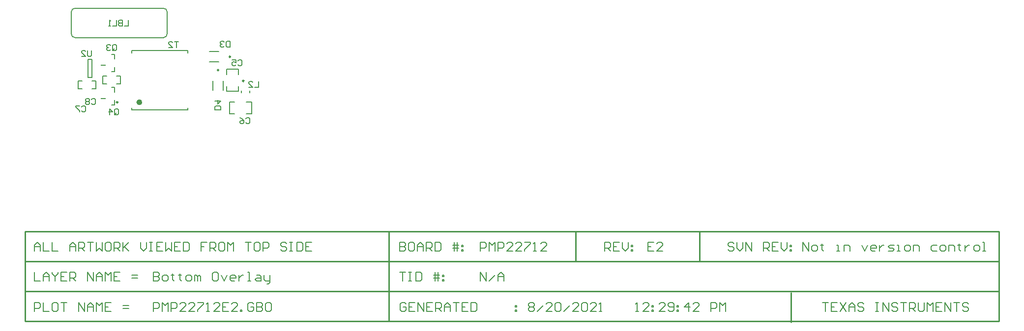
<source format=gbo>
G04*
G04 #@! TF.GenerationSoftware,Altium Limited,Altium Designer,21.6.1 (37)*
G04*
G04 Layer_Color=32896*
%FSAX44Y44*%
%MOMM*%
G71*
G04*
G04 #@! TF.SameCoordinates,618BDD94-0BF2-4233-98CF-319708F98917*
G04*
G04*
G04 #@! TF.FilePolarity,Positive*
G04*
G01*
G75*
%ADD10C,0.2500*%
%ADD11C,0.5000*%
%ADD12C,0.1500*%
%ADD13C,0.1778*%
%ADD14C,0.2000*%
%ADD15C,0.2032*%
%ADD16R,0.8250X0.2000*%
%ADD17C,0.2540*%
%ADD42C,0.1270*%
G54D10*
X00261418Y00480103D02*
G03*
X00261418Y00480103I-00001250J00000000D01*
G01*
X00455437Y00558825D02*
G03*
X00455437Y00558825I-00001250J00000000D01*
G01*
X00435188Y00535684D02*
G03*
X00435188Y00535684I-00001250J00000000D01*
G01*
X00478518Y00517180D02*
G03*
X00478518Y00517180I-00001250J00000000D01*
G01*
G54D11*
X00300768Y00480103D02*
G03*
X00300768Y00480103I-00002500J00000000D01*
G01*
G54D12*
X00284918Y00466903D02*
Y00470753D01*
Y00565653D02*
Y00569503D01*
X00381618D01*
Y00466903D02*
Y00470753D01*
Y00565653D02*
Y00569503D01*
X00284918Y00466903D02*
X00381618D01*
X00419376Y00549825D02*
X00435498D01*
X00419376Y00567825D02*
X00435498D01*
X00442938Y00500873D02*
Y00516995D01*
X00424938Y00500873D02*
Y00516995D01*
X00474268Y00496680D02*
Y00500181D01*
X00488268Y00496680D02*
Y00500181D01*
G54D13*
X00482862Y00480538D02*
X00491498D01*
Y00470378D02*
Y00480538D01*
Y00460218D02*
Y00470378D01*
X00482862Y00460218D02*
X00491498D01*
X00453906D02*
X00462542D01*
X00453906D02*
Y00470378D01*
Y00480538D01*
X00462542D01*
X00468553Y00499407D02*
Y00508043D01*
X00458393Y00499407D02*
X00468553D01*
X00448233D02*
X00458393D01*
X00448233D02*
Y00508043D01*
Y00528363D02*
Y00536999D01*
X00458393D01*
X00468553D01*
Y00528363D02*
Y00536999D01*
X00216904Y00516981D02*
X00223503D01*
Y00503146D02*
Y00516981D01*
X00216904Y00503146D02*
X00223503D01*
X00193032D02*
X00199632D01*
X00193032D02*
Y00516981D01*
X00199632D01*
X00259154Y00525489D02*
X00265753D01*
Y00511655D02*
Y00525489D01*
X00259154Y00511655D02*
X00265753D01*
X00235282D02*
X00241882D01*
X00235282D02*
Y00525489D01*
X00241882D01*
X00454859Y00585578D02*
Y00575421D01*
X00449781D01*
X00448088Y00577114D01*
Y00583885D01*
X00449781Y00585578D01*
X00454859D01*
X00444702Y00583885D02*
X00443009Y00585578D01*
X00439624D01*
X00437931Y00583885D01*
Y00582192D01*
X00439624Y00580499D01*
X00441317D01*
X00439624D01*
X00437931Y00578806D01*
Y00577114D01*
X00439624Y00575421D01*
X00443009D01*
X00444702Y00577114D01*
X00365768Y00584793D02*
X00358997D01*
X00362382D01*
Y00574636D01*
X00348840D02*
X00355611D01*
X00348840Y00581407D01*
Y00583100D01*
X00350533Y00584793D01*
X00353918D01*
X00355611Y00583100D01*
X00215719Y00569793D02*
Y00561329D01*
X00214026Y00559636D01*
X00210641D01*
X00208948Y00561329D01*
Y00569793D01*
X00198791Y00559636D02*
X00205562D01*
X00198791Y00566407D01*
Y00568100D01*
X00200484Y00569793D01*
X00203869D01*
X00205562Y00568100D01*
X00255264Y00460261D02*
Y00467032D01*
X00256957Y00468725D01*
X00260342D01*
X00262035Y00467032D01*
Y00460261D01*
X00260342Y00458568D01*
X00256957D01*
X00258649Y00461954D02*
X00255264Y00458568D01*
X00256957D02*
X00255264Y00460261D01*
X00246800Y00458568D02*
Y00468725D01*
X00251878Y00463646D01*
X00245107D01*
X00252383Y00571196D02*
Y00577967D01*
X00254076Y00579660D01*
X00257461D01*
X00259154Y00577967D01*
Y00571196D01*
X00257461Y00569503D01*
X00254076D01*
X00255768Y00572889D02*
X00252383Y00569503D01*
X00254076D02*
X00252383Y00571196D01*
X00248997Y00577967D02*
X00247304Y00579660D01*
X00243919D01*
X00242226Y00577967D01*
Y00576274D01*
X00243919Y00574582D01*
X00245612D01*
X00243919D01*
X00242226Y00572889D01*
Y00571196D01*
X00243919Y00569503D01*
X00247304D01*
X00248997Y00571196D01*
X00504031Y00516110D02*
Y00505953D01*
X00497260D01*
X00487103D02*
X00493874D01*
X00487103Y00512725D01*
Y00514417D01*
X00488796Y00516110D01*
X00492181D01*
X00493874Y00514417D01*
X00438675Y00466903D02*
X00428518D01*
Y00471982D01*
X00430211Y00473674D01*
X00436982D01*
X00438675Y00471982D01*
Y00466903D01*
X00428518Y00482138D02*
X00438675D01*
X00433596Y00477060D01*
Y00483831D01*
X00215909Y00484866D02*
X00217602Y00486559D01*
X00220988D01*
X00222680Y00484866D01*
Y00478095D01*
X00220988Y00476402D01*
X00217602D01*
X00215909Y00478095D01*
X00212524Y00484866D02*
X00210831Y00486559D01*
X00207445D01*
X00205753Y00484866D01*
Y00483173D01*
X00207445Y00481481D01*
X00205753Y00479788D01*
Y00478095D01*
X00207445Y00476402D01*
X00210831D01*
X00212524Y00478095D01*
Y00479788D01*
X00210831Y00481481D01*
X00212524Y00483173D01*
Y00484866D01*
X00210831Y00481481D02*
X00207445D01*
X00198997Y00472062D02*
X00200690Y00473755D01*
X00204075D01*
X00205768Y00472062D01*
Y00465291D01*
X00204075Y00463598D01*
X00200690D01*
X00198997Y00465291D01*
X00195611Y00473755D02*
X00188840D01*
Y00472062D01*
X00195611Y00465291D01*
Y00463598D01*
X00481497Y00452027D02*
X00483190Y00453719D01*
X00486575D01*
X00488268Y00452027D01*
Y00445256D01*
X00486575Y00443563D01*
X00483190D01*
X00481497Y00445256D01*
X00471340Y00453719D02*
X00474726Y00452027D01*
X00478111Y00448641D01*
Y00445256D01*
X00476418Y00443563D01*
X00473033D01*
X00471340Y00445256D01*
Y00446948D01*
X00473033Y00448641D01*
X00478111D01*
X00468497Y00551789D02*
X00470190Y00553481D01*
X00473575D01*
X00475268Y00551789D01*
Y00545018D01*
X00473575Y00543325D01*
X00470190D01*
X00468497Y00545018D01*
X00458340Y00553481D02*
X00465111D01*
Y00548403D01*
X00461726Y00550096D01*
X00460033D01*
X00458340Y00548403D01*
Y00545018D01*
X00460033Y00543325D01*
X00463419D01*
X00465111Y00545018D01*
X00278913Y00622213D02*
Y00612056D01*
X00272141D01*
X00268756Y00622213D02*
Y00612056D01*
X00263677D01*
X00261985Y00613749D01*
Y00615442D01*
X00263677Y00617134D01*
X00268756D01*
X00263677D01*
X00261985Y00618827D01*
Y00620520D01*
X00263677Y00622213D01*
X00268756D01*
X00258599D02*
Y00612056D01*
X00251828D01*
X00248442D02*
X00245057D01*
X00246749D01*
Y00622213D01*
X00248442Y00620520D01*
G54D14*
X00255518Y00497668D02*
Y00505668D01*
X00250518D02*
X00255518D01*
Y00475668D02*
Y00483669D01*
X00250518Y00475668D02*
X00255518D01*
X00209768Y00553861D02*
X00216768D01*
X00209768Y00522861D02*
X00216768D01*
Y00553861D01*
X00209768Y00522861D02*
Y00553861D01*
X00255518Y00554861D02*
Y00562861D01*
X00250518D02*
X00255518D01*
Y00532861D02*
Y00540861D01*
X00250518Y00532861D02*
X00255518D01*
G54D15*
X00322326Y00186814D02*
Y00171579D01*
X00329944D01*
X00332483Y00174118D01*
Y00176657D01*
X00329944Y00179196D01*
X00322326D01*
X00329944D01*
X00332483Y00181735D01*
Y00184275D01*
X00329944Y00186814D01*
X00322326D01*
X00340100Y00171579D02*
X00345179D01*
X00347718Y00174118D01*
Y00179196D01*
X00345179Y00181735D01*
X00340100D01*
X00337561Y00179196D01*
Y00174118D01*
X00340100Y00171579D01*
X00355335Y00184275D02*
Y00181735D01*
X00352796D01*
X00357874D01*
X00355335D01*
Y00174118D01*
X00357874Y00171579D01*
X00368031Y00184275D02*
Y00181735D01*
X00365492D01*
X00370570D01*
X00368031D01*
Y00174118D01*
X00370570Y00171579D01*
X00380727D02*
X00385806D01*
X00388345Y00174118D01*
Y00179196D01*
X00385806Y00181735D01*
X00380727D01*
X00378188Y00179196D01*
Y00174118D01*
X00380727Y00171579D01*
X00393423D02*
Y00181735D01*
X00395962D01*
X00398501Y00179196D01*
Y00171579D01*
Y00179196D01*
X00401040Y00181735D01*
X00403580Y00179196D01*
Y00171579D01*
X00431511Y00186814D02*
X00426432D01*
X00423893Y00184275D01*
Y00174118D01*
X00426432Y00171579D01*
X00431511D01*
X00434050Y00174118D01*
Y00184275D01*
X00431511Y00186814D01*
X00439128Y00181735D02*
X00444207Y00171579D01*
X00449285Y00181735D01*
X00461981Y00171579D02*
X00456903D01*
X00454363Y00174118D01*
Y00179196D01*
X00456903Y00181735D01*
X00461981D01*
X00464520Y00179196D01*
Y00176657D01*
X00454363D01*
X00469598Y00181735D02*
Y00171579D01*
Y00176657D01*
X00472137Y00179196D01*
X00474677Y00181735D01*
X00477216D01*
X00484833Y00171579D02*
X00489912D01*
X00487373D01*
Y00186814D01*
X00484833D01*
X00500069Y00181735D02*
X00505147D01*
X00507686Y00179196D01*
Y00171579D01*
X00500069D01*
X00497529Y00174118D01*
X00500069Y00176657D01*
X00507686D01*
X00512764Y00181735D02*
Y00174118D01*
X00515304Y00171579D01*
X00522921D01*
Y00169039D01*
X00520382Y00166500D01*
X00517843D01*
X00522921Y00171579D02*
Y00181735D01*
X01441196Y00223097D02*
Y00238332D01*
X01451353Y00223097D01*
Y00238332D01*
X01458970Y00223097D02*
X01464049D01*
X01466588Y00225636D01*
Y00230714D01*
X01464049Y00233253D01*
X01458970D01*
X01456431Y00230714D01*
Y00225636D01*
X01458970Y00223097D01*
X01474205Y00235793D02*
Y00233253D01*
X01471666D01*
X01476745D01*
X01474205D01*
Y00225636D01*
X01476745Y00223097D01*
X01499597D02*
X01504675D01*
X01502136D01*
Y00233253D01*
X01499597D01*
X01512293Y00223097D02*
Y00233253D01*
X01519910D01*
X01522450Y00230714D01*
Y00223097D01*
X01542763Y00233253D02*
X01547841Y00223097D01*
X01552920Y00233253D01*
X01565616Y00223097D02*
X01560537D01*
X01557998Y00225636D01*
Y00230714D01*
X01560537Y00233253D01*
X01565616D01*
X01568155Y00230714D01*
Y00228175D01*
X01557998D01*
X01573233Y00233253D02*
Y00223097D01*
Y00228175D01*
X01575773Y00230714D01*
X01578312Y00233253D01*
X01580851D01*
X01588468Y00223097D02*
X01596086D01*
X01598625Y00225636D01*
X01596086Y00228175D01*
X01591008D01*
X01588468Y00230714D01*
X01591008Y00233253D01*
X01598625D01*
X01603703Y00223097D02*
X01608782D01*
X01606243D01*
Y00233253D01*
X01603703D01*
X01618938Y00223097D02*
X01624017D01*
X01626556Y00225636D01*
Y00230714D01*
X01624017Y00233253D01*
X01618938D01*
X01616399Y00230714D01*
Y00225636D01*
X01618938Y00223097D01*
X01631634D02*
Y00233253D01*
X01639252D01*
X01641791Y00230714D01*
Y00223097D01*
X01672261Y00233253D02*
X01664644D01*
X01662104Y00230714D01*
Y00225636D01*
X01664644Y00223097D01*
X01672261D01*
X01679879D02*
X01684957D01*
X01687496Y00225636D01*
Y00230714D01*
X01684957Y00233253D01*
X01679879D01*
X01677340Y00230714D01*
Y00225636D01*
X01679879Y00223097D01*
X01692575D02*
Y00233253D01*
X01700192D01*
X01702731Y00230714D01*
Y00223097D01*
X01710349Y00235793D02*
Y00233253D01*
X01707810D01*
X01712888D01*
X01710349D01*
Y00225636D01*
X01712888Y00223097D01*
X01720506Y00233253D02*
Y00223097D01*
Y00228175D01*
X01723045Y00230714D01*
X01725584Y00233253D01*
X01728123D01*
X01738280Y00223097D02*
X01743358D01*
X01745897Y00225636D01*
Y00230714D01*
X01743358Y00233253D01*
X01738280D01*
X01735741Y00230714D01*
Y00225636D01*
X01738280Y00223097D01*
X01750976D02*
X01756054D01*
X01753515D01*
Y00238332D01*
X01750976D01*
X01322829Y00235793D02*
X01320289Y00238332D01*
X01315211D01*
X01312672Y00235793D01*
Y00233253D01*
X01315211Y00230714D01*
X01320289D01*
X01322829Y00228175D01*
Y00225636D01*
X01320289Y00223097D01*
X01315211D01*
X01312672Y00225636D01*
X01327907Y00238332D02*
Y00228175D01*
X01332985Y00223097D01*
X01338064Y00228175D01*
Y00238332D01*
X01343142Y00223097D02*
Y00238332D01*
X01353299Y00223097D01*
Y00238332D01*
X01373612Y00223097D02*
Y00238332D01*
X01381230D01*
X01383769Y00235793D01*
Y00230714D01*
X01381230Y00228175D01*
X01373612D01*
X01378691D02*
X01383769Y00223097D01*
X01399004Y00238332D02*
X01388847D01*
Y00223097D01*
X01399004D01*
X01388847Y00230714D02*
X01393926D01*
X01404082Y00238332D02*
Y00228175D01*
X01409161Y00223097D01*
X01414239Y00228175D01*
Y00238332D01*
X01419317Y00233253D02*
X01421857D01*
Y00230714D01*
X01419317D01*
Y00233253D01*
Y00225636D02*
X01421857D01*
Y00223097D01*
X01419317D01*
Y00225636D01*
X01099820Y00223097D02*
Y00238332D01*
X01107438D01*
X01109977Y00235793D01*
Y00230714D01*
X01107438Y00228175D01*
X01099820D01*
X01104898D02*
X01109977Y00223097D01*
X01125212Y00238332D02*
X01115055D01*
Y00223097D01*
X01125212D01*
X01115055Y00230714D02*
X01120133D01*
X01130290Y00238332D02*
Y00228175D01*
X01135368Y00223097D01*
X01140447Y00228175D01*
Y00238332D01*
X01145525Y00233253D02*
X01148064D01*
Y00230714D01*
X01145525D01*
Y00233253D01*
Y00225636D02*
X01148064D01*
Y00223097D01*
X01145525D01*
Y00225636D01*
X00322326Y00119295D02*
Y00134530D01*
X00329944D01*
X00332483Y00131991D01*
Y00126912D01*
X00329944Y00124373D01*
X00322326D01*
X00337561Y00119295D02*
Y00134530D01*
X00342639Y00129452D01*
X00347718Y00134530D01*
Y00119295D01*
X00352796D02*
Y00134530D01*
X00360414D01*
X00362953Y00131991D01*
Y00126912D01*
X00360414Y00124373D01*
X00352796D01*
X00378188Y00119295D02*
X00368031D01*
X00378188Y00129452D01*
Y00131991D01*
X00375649Y00134530D01*
X00370570D01*
X00368031Y00131991D01*
X00393423Y00119295D02*
X00383266D01*
X00393423Y00129452D01*
Y00131991D01*
X00390884Y00134530D01*
X00385806D01*
X00383266Y00131991D01*
X00398501Y00134530D02*
X00408658D01*
Y00131991D01*
X00398501Y00121834D01*
Y00119295D01*
X00413736D02*
X00418815D01*
X00416276D01*
Y00134530D01*
X00413736Y00131991D01*
X00436589Y00119295D02*
X00426432D01*
X00436589Y00129452D01*
Y00131991D01*
X00434050Y00134530D01*
X00428971D01*
X00426432Y00131991D01*
X00451824Y00134530D02*
X00441667D01*
Y00119295D01*
X00451824D01*
X00441667Y00126912D02*
X00446746D01*
X00467059Y00119295D02*
X00456903D01*
X00467059Y00129452D01*
Y00131991D01*
X00464520Y00134530D01*
X00459442D01*
X00456903Y00131991D01*
X00472137Y00119295D02*
Y00121834D01*
X00474677D01*
Y00119295D01*
X00472137D01*
X00494990Y00131991D02*
X00492451Y00134530D01*
X00487373D01*
X00484833Y00131991D01*
Y00121834D01*
X00487373Y00119295D01*
X00492451D01*
X00494990Y00121834D01*
Y00126912D01*
X00489912D01*
X00500069Y00134530D02*
Y00119295D01*
X00507686D01*
X00510225Y00121834D01*
Y00124373D01*
X00507686Y00126912D01*
X00500069D01*
X00507686D01*
X00510225Y00129452D01*
Y00131991D01*
X00507686Y00134530D01*
X00500069D01*
X00522921D02*
X00517843D01*
X00515304Y00131991D01*
Y00121834D01*
X00517843Y00119295D01*
X00522921D01*
X00525460Y00121834D01*
Y00131991D01*
X00522921Y00134530D01*
X00968121Y00131991D02*
X00970660Y00134530D01*
X00975739D01*
X00978278Y00131991D01*
Y00129452D01*
X00975739Y00126912D01*
X00978278Y00124373D01*
Y00121834D01*
X00975739Y00119295D01*
X00970660D01*
X00968121Y00121834D01*
Y00124373D01*
X00970660Y00126912D01*
X00968121Y00129452D01*
Y00131991D01*
X00970660Y00126912D02*
X00975739D01*
X00983356Y00119295D02*
X00993513Y00129452D01*
X01008748Y00119295D02*
X00998591D01*
X01008748Y00129452D01*
Y00131991D01*
X01006209Y00134530D01*
X01001130D01*
X00998591Y00131991D01*
X01013826D02*
X01016365Y00134530D01*
X01021444D01*
X01023983Y00131991D01*
Y00121834D01*
X01021444Y00119295D01*
X01016365D01*
X01013826Y00121834D01*
Y00131991D01*
X01029061Y00119295D02*
X01039218Y00129452D01*
X01054453Y00119295D02*
X01044296D01*
X01054453Y00129452D01*
Y00131991D01*
X01051914Y00134530D01*
X01046835D01*
X01044296Y00131991D01*
X01059531D02*
X01062071Y00134530D01*
X01067149D01*
X01069688Y00131991D01*
Y00121834D01*
X01067149Y00119295D01*
X01062071D01*
X01059531Y00121834D01*
Y00131991D01*
X01084923Y00119295D02*
X01074766D01*
X01084923Y00129452D01*
Y00131991D01*
X01082384Y00134530D01*
X01077306D01*
X01074766Y00131991D01*
X01090002Y00119295D02*
X01095080D01*
X01092541D01*
Y00134530D01*
X01090002Y00131991D01*
X00757425D02*
X00754885Y00134530D01*
X00749807D01*
X00747268Y00131991D01*
Y00121834D01*
X00749807Y00119295D01*
X00754885D01*
X00757425Y00121834D01*
Y00126912D01*
X00752346D01*
X00772660Y00134530D02*
X00762503D01*
Y00119295D01*
X00772660D01*
X00762503Y00126912D02*
X00767581D01*
X00777738Y00119295D02*
Y00134530D01*
X00787895Y00119295D01*
Y00134530D01*
X00803130D02*
X00792973D01*
Y00119295D01*
X00803130D01*
X00792973Y00126912D02*
X00798052D01*
X00808208Y00119295D02*
Y00134530D01*
X00815826D01*
X00818365Y00131991D01*
Y00126912D01*
X00815826Y00124373D01*
X00808208D01*
X00813287D02*
X00818365Y00119295D01*
X00823443D02*
Y00129452D01*
X00828522Y00134530D01*
X00833600Y00129452D01*
Y00119295D01*
Y00126912D01*
X00823443D01*
X00838678Y00134530D02*
X00848835D01*
X00843757D01*
Y00119295D01*
X00864070Y00134530D02*
X00853913D01*
Y00119295D01*
X00864070D01*
X00853913Y00126912D02*
X00858992D01*
X00869149Y00134530D02*
Y00119295D01*
X00876766D01*
X00879305Y00121834D01*
Y00131991D01*
X00876766Y00134530D01*
X00869149D01*
X00945324Y00129452D02*
X00947863D01*
Y00126912D01*
X00945324D01*
Y00129452D01*
Y00121834D02*
X00947863D01*
Y00119295D01*
X00945324D01*
Y00121834D01*
X00117729Y00223097D02*
Y00233253D01*
X00122807Y00238332D01*
X00127886Y00233253D01*
Y00223097D01*
Y00230714D01*
X00117729D01*
X00132964Y00238332D02*
Y00223097D01*
X00143121D01*
X00148199Y00238332D02*
Y00223097D01*
X00158356D01*
X00178669D02*
Y00233253D01*
X00183748Y00238332D01*
X00188826Y00233253D01*
Y00223097D01*
Y00230714D01*
X00178669D01*
X00193904Y00223097D02*
Y00238332D01*
X00201522D01*
X00204061Y00235793D01*
Y00230714D01*
X00201522Y00228175D01*
X00193904D01*
X00198983D02*
X00204061Y00223097D01*
X00209139Y00238332D02*
X00219296D01*
X00214218D01*
Y00223097D01*
X00224375Y00238332D02*
Y00223097D01*
X00229453Y00228175D01*
X00234531Y00223097D01*
Y00238332D01*
X00247227D02*
X00242149D01*
X00239610Y00235793D01*
Y00225636D01*
X00242149Y00223097D01*
X00247227D01*
X00249766Y00225636D01*
Y00235793D01*
X00247227Y00238332D01*
X00254845Y00223097D02*
Y00238332D01*
X00262462D01*
X00265001Y00235793D01*
Y00230714D01*
X00262462Y00228175D01*
X00254845D01*
X00259923D02*
X00265001Y00223097D01*
X00270080Y00238332D02*
Y00223097D01*
Y00228175D01*
X00280236Y00238332D01*
X00272619Y00230714D01*
X00280236Y00223097D01*
X00300550Y00238332D02*
Y00228175D01*
X00305628Y00223097D01*
X00310707Y00228175D01*
Y00238332D01*
X00315785D02*
X00320863D01*
X00318324D01*
Y00223097D01*
X00315785D01*
X00320863D01*
X00338638Y00238332D02*
X00328481D01*
Y00223097D01*
X00338638D01*
X00328481Y00230714D02*
X00333559D01*
X00343716Y00238332D02*
Y00223097D01*
X00348794Y00228175D01*
X00353873Y00223097D01*
Y00238332D01*
X00369108D02*
X00358951D01*
Y00223097D01*
X00369108D01*
X00358951Y00230714D02*
X00364029D01*
X00374186Y00238332D02*
Y00223097D01*
X00381804D01*
X00384343Y00225636D01*
Y00235793D01*
X00381804Y00238332D01*
X00374186D01*
X00414813D02*
X00404656D01*
Y00230714D01*
X00409734D01*
X00404656D01*
Y00223097D01*
X00419891D02*
Y00238332D01*
X00427509D01*
X00430048Y00235793D01*
Y00230714D01*
X00427509Y00228175D01*
X00419891D01*
X00424970D02*
X00430048Y00223097D01*
X00442744Y00238332D02*
X00437665D01*
X00435126Y00235793D01*
Y00225636D01*
X00437665Y00223097D01*
X00442744D01*
X00445283Y00225636D01*
Y00235793D01*
X00442744Y00238332D01*
X00450361Y00223097D02*
Y00238332D01*
X00455440Y00233253D01*
X00460518Y00238332D01*
Y00223097D01*
X00480832Y00238332D02*
X00490988D01*
X00485910D01*
Y00223097D01*
X00503684Y00238332D02*
X00498606D01*
X00496067Y00235793D01*
Y00225636D01*
X00498606Y00223097D01*
X00503684D01*
X00506223Y00225636D01*
Y00235793D01*
X00503684Y00238332D01*
X00511302Y00223097D02*
Y00238332D01*
X00518919D01*
X00521458Y00235793D01*
Y00230714D01*
X00518919Y00228175D01*
X00511302D01*
X00551929Y00235793D02*
X00549389Y00238332D01*
X00544311D01*
X00541772Y00235793D01*
Y00233253D01*
X00544311Y00230714D01*
X00549389D01*
X00551929Y00228175D01*
Y00225636D01*
X00549389Y00223097D01*
X00544311D01*
X00541772Y00225636D01*
X00557007Y00238332D02*
X00562085D01*
X00559546D01*
Y00223097D01*
X00557007D01*
X00562085D01*
X00569703Y00238332D02*
Y00223097D01*
X00577320D01*
X00579860Y00225636D01*
Y00235793D01*
X00577320Y00238332D01*
X00569703D01*
X00595095D02*
X00584938D01*
Y00223097D01*
X00595095D01*
X00584938Y00230714D02*
X00590016D01*
X01184018Y00238332D02*
X01173861D01*
Y00223097D01*
X01184018D01*
X01173861Y00230714D02*
X01178939D01*
X01199253Y00223097D02*
X01189096D01*
X01199253Y00233253D01*
Y00235793D01*
X01196714Y00238332D01*
X01191635D01*
X01189096Y00235793D01*
X00885317Y00223097D02*
Y00238332D01*
X00892934D01*
X00895474Y00235793D01*
Y00230714D01*
X00892934Y00228175D01*
X00885317D01*
X00900552Y00223097D02*
Y00238332D01*
X00905630Y00233253D01*
X00910709Y00238332D01*
Y00223097D01*
X00915787D02*
Y00238332D01*
X00923405D01*
X00925944Y00235793D01*
Y00230714D01*
X00923405Y00228175D01*
X00915787D01*
X00941179Y00223097D02*
X00931022D01*
X00941179Y00233253D01*
Y00235793D01*
X00938640Y00238332D01*
X00933561D01*
X00931022Y00235793D01*
X00956414Y00223097D02*
X00946257D01*
X00956414Y00233253D01*
Y00235793D01*
X00953875Y00238332D01*
X00948796D01*
X00946257Y00235793D01*
X00961492Y00238332D02*
X00971649D01*
Y00235793D01*
X00961492Y00225636D01*
Y00223097D01*
X00976727D02*
X00981806D01*
X00979267D01*
Y00238332D01*
X00976727Y00235793D01*
X00999580Y00223097D02*
X00989423D01*
X00999580Y00233253D01*
Y00235793D01*
X00997041Y00238332D01*
X00991963D01*
X00989423Y00235793D01*
X00746760Y00238332D02*
Y00223097D01*
X00754378D01*
X00756917Y00225636D01*
Y00228175D01*
X00754378Y00230714D01*
X00746760D01*
X00754378D01*
X00756917Y00233253D01*
Y00235793D01*
X00754378Y00238332D01*
X00746760D01*
X00769613D02*
X00764534D01*
X00761995Y00235793D01*
Y00225636D01*
X00764534Y00223097D01*
X00769613D01*
X00772152Y00225636D01*
Y00235793D01*
X00769613Y00238332D01*
X00777230Y00223097D02*
Y00233253D01*
X00782309Y00238332D01*
X00787387Y00233253D01*
Y00223097D01*
Y00230714D01*
X00777230D01*
X00792465Y00223097D02*
Y00238332D01*
X00800083D01*
X00802622Y00235793D01*
Y00230714D01*
X00800083Y00228175D01*
X00792465D01*
X00797544D02*
X00802622Y00223097D01*
X00807700Y00238332D02*
Y00223097D01*
X00815318D01*
X00817857Y00225636D01*
Y00235793D01*
X00815318Y00238332D01*
X00807700D01*
X00840710Y00223097D02*
Y00238332D01*
X00845788D02*
Y00223097D01*
X00838170Y00233253D02*
X00845788D01*
X00848327D01*
X00838170Y00228175D02*
X00848327D01*
X00853406Y00233253D02*
X00855945D01*
Y00230714D01*
X00853406D01*
Y00233253D01*
Y00225636D02*
X00855945D01*
Y00223097D01*
X00853406D01*
Y00225636D01*
X00117729Y00186814D02*
Y00171579D01*
X00127886D01*
X00132964D02*
Y00181735D01*
X00138042Y00186814D01*
X00143121Y00181735D01*
Y00171579D01*
Y00179196D01*
X00132964D01*
X00148199Y00186814D02*
Y00184275D01*
X00153278Y00179196D01*
X00158356Y00184275D01*
Y00186814D01*
X00153278Y00179196D02*
Y00171579D01*
X00173591Y00186814D02*
X00163434D01*
Y00171579D01*
X00173591D01*
X00163434Y00179196D02*
X00168513D01*
X00178669Y00171579D02*
Y00186814D01*
X00186287D01*
X00188826Y00184275D01*
Y00179196D01*
X00186287Y00176657D01*
X00178669D01*
X00183748D02*
X00188826Y00171579D01*
X00209139D02*
Y00186814D01*
X00219296Y00171579D01*
Y00186814D01*
X00224375Y00171579D02*
Y00181735D01*
X00229453Y00186814D01*
X00234531Y00181735D01*
Y00171579D01*
Y00179196D01*
X00224375D01*
X00239610Y00171579D02*
Y00186814D01*
X00244688Y00181735D01*
X00249766Y00186814D01*
Y00171579D01*
X00265001Y00186814D02*
X00254845D01*
Y00171579D01*
X00265001D01*
X00254845Y00179196D02*
X00259923D01*
X00285315Y00176657D02*
X00295471D01*
X00285315Y00181735D02*
X00295471D01*
X00117729Y00119295D02*
Y00134530D01*
X00125346D01*
X00127886Y00131991D01*
Y00126912D01*
X00125346Y00124373D01*
X00117729D01*
X00132964Y00134530D02*
Y00119295D01*
X00143121D01*
X00155817Y00134530D02*
X00150738D01*
X00148199Y00131991D01*
Y00121834D01*
X00150738Y00119295D01*
X00155817D01*
X00158356Y00121834D01*
Y00131991D01*
X00155817Y00134530D01*
X00163434D02*
X00173591D01*
X00168513D01*
Y00119295D01*
X00193904D02*
Y00134530D01*
X00204061Y00119295D01*
Y00134530D01*
X00209139Y00119295D02*
Y00129452D01*
X00214218Y00134530D01*
X00219296Y00129452D01*
Y00119295D01*
Y00126912D01*
X00209139D01*
X00224375Y00119295D02*
Y00134530D01*
X00229453Y00129452D01*
X00234531Y00134530D01*
Y00119295D01*
X00249766Y00134530D02*
X00239610D01*
Y00119295D01*
X00249766D01*
X00239610Y00126912D02*
X00244688D01*
X00270080Y00124373D02*
X00280236D01*
X00270080Y00129452D02*
X00280236D01*
X01153287Y00119295D02*
X01158365D01*
X01155826D01*
Y00134530D01*
X01153287Y00131991D01*
X01176140Y00119295D02*
X01165983D01*
X01176140Y00129452D01*
Y00131991D01*
X01173600Y00134530D01*
X01168522D01*
X01165983Y00131991D01*
X01181218Y00129452D02*
X01183757D01*
Y00126912D01*
X01181218D01*
Y00129452D01*
Y00121834D02*
X01183757D01*
Y00119295D01*
X01181218D01*
Y00121834D01*
X01204071Y00119295D02*
X01193914D01*
X01204071Y00129452D01*
Y00131991D01*
X01201531Y00134530D01*
X01196453D01*
X01193914Y00131991D01*
X01209149Y00121834D02*
X01211688Y00119295D01*
X01216767D01*
X01219306Y00121834D01*
Y00131991D01*
X01216767Y00134530D01*
X01211688D01*
X01209149Y00131991D01*
Y00129452D01*
X01211688Y00126912D01*
X01219306D01*
X01224384Y00129452D02*
X01226923D01*
Y00126912D01*
X01224384D01*
Y00129452D01*
Y00121834D02*
X01226923D01*
Y00119295D01*
X01224384D01*
Y00121834D01*
X01244697Y00119295D02*
Y00134530D01*
X01237080Y00126912D01*
X01247237D01*
X01262472Y00119295D02*
X01252315D01*
X01262472Y00129452D01*
Y00131991D01*
X01259932Y00134530D01*
X01254854D01*
X01252315Y00131991D01*
X01282785Y00119295D02*
Y00134530D01*
X01290403D01*
X01292942Y00131991D01*
Y00126912D01*
X01290403Y00124373D01*
X01282785D01*
X01298020Y00119295D02*
Y00134530D01*
X01303098Y00129452D01*
X01308177Y00134530D01*
Y00119295D01*
X01474470Y00134530D02*
X01484627D01*
X01479548D01*
Y00119295D01*
X01499862Y00134530D02*
X01489705D01*
Y00119295D01*
X01499862D01*
X01489705Y00126912D02*
X01494783D01*
X01504940Y00134530D02*
X01515097Y00119295D01*
Y00134530D02*
X01504940Y00119295D01*
X01520175D02*
Y00129452D01*
X01525254Y00134530D01*
X01530332Y00129452D01*
Y00119295D01*
Y00126912D01*
X01520175D01*
X01545567Y00131991D02*
X01543028Y00134530D01*
X01537950D01*
X01535410Y00131991D01*
Y00129452D01*
X01537950Y00126912D01*
X01543028D01*
X01545567Y00124373D01*
Y00121834D01*
X01543028Y00119295D01*
X01537950D01*
X01535410Y00121834D01*
X01565880Y00134530D02*
X01570959D01*
X01568420D01*
Y00119295D01*
X01565880D01*
X01570959D01*
X01578576D02*
Y00134530D01*
X01588733Y00119295D01*
Y00134530D01*
X01603968Y00131991D02*
X01601429Y00134530D01*
X01596351D01*
X01593811Y00131991D01*
Y00129452D01*
X01596351Y00126912D01*
X01601429D01*
X01603968Y00124373D01*
Y00121834D01*
X01601429Y00119295D01*
X01596351D01*
X01593811Y00121834D01*
X01609046Y00134530D02*
X01619203D01*
X01614125D01*
Y00119295D01*
X01624281D02*
Y00134530D01*
X01631899D01*
X01634438Y00131991D01*
Y00126912D01*
X01631899Y00124373D01*
X01624281D01*
X01629360D02*
X01634438Y00119295D01*
X01639517Y00134530D02*
Y00121834D01*
X01642056Y00119295D01*
X01647134D01*
X01649673Y00121834D01*
Y00134530D01*
X01654752Y00119295D02*
Y00134530D01*
X01659830Y00129452D01*
X01664908Y00134530D01*
Y00119295D01*
X01680143Y00134530D02*
X01669987D01*
Y00119295D01*
X01680143D01*
X01669987Y00126912D02*
X01675065D01*
X01685222Y00119295D02*
Y00134530D01*
X01695379Y00119295D01*
Y00134530D01*
X01700457D02*
X01710614D01*
X01705535D01*
Y00119295D01*
X01725849Y00131991D02*
X01723309Y00134530D01*
X01718231D01*
X01715692Y00131991D01*
Y00129452D01*
X01718231Y00126912D01*
X01723309D01*
X01725849Y00124373D01*
Y00121834D01*
X01723309Y00119295D01*
X01718231D01*
X01715692Y00121834D01*
X00746760Y00186685D02*
X00756917D01*
X00751838D01*
Y00171450D01*
X00761995Y00186685D02*
X00767073D01*
X00764534D01*
Y00171450D01*
X00761995D01*
X00767073D01*
X00774691Y00186685D02*
Y00171450D01*
X00782309D01*
X00784848Y00173989D01*
Y00184146D01*
X00782309Y00186685D01*
X00774691D01*
X00807700Y00171450D02*
Y00186685D01*
X00812779D02*
Y00171450D01*
X00805161Y00181607D02*
X00812779D01*
X00815318D01*
X00805161Y00176528D02*
X00815318D01*
X00820396Y00181607D02*
X00822935D01*
Y00179067D01*
X00820396D01*
Y00181607D01*
Y00173989D02*
X00822935D01*
Y00171450D01*
X00820396D01*
Y00173989D01*
X00885317Y00171450D02*
Y00186685D01*
X00895474Y00171450D01*
Y00186685D01*
X00900552Y00171450D02*
X00910709Y00181607D01*
X00915787Y00171450D02*
Y00181607D01*
X00920865Y00186685D01*
X00925944Y00181607D01*
Y00171450D01*
Y00179067D01*
X00915787D01*
G54D16*
X00236393Y00486669D02*
D03*
X00236393Y00543861D02*
D03*
G54D17*
X01262888Y00205020D02*
Y00256667D01*
X01049528Y00205020D02*
Y00256667D01*
X00101600Y00205020D02*
X01778508D01*
X00101600Y00153374D02*
X01778000D01*
X00101600Y00101727D02*
X01118870D01*
X00101727Y00256667D02*
X01778508D01*
X00101727Y00101727D02*
Y00256667D01*
Y00101727D02*
X00501904D01*
X00101600D02*
Y00256667D01*
X00727710Y00101727D02*
Y00256667D01*
X01778508Y00101727D02*
Y00256667D01*
X01118870Y00101727D02*
X01778508D01*
X01420876Y00100076D02*
Y00151596D01*
G54D42*
X00339873Y00591736D02*
G03*
X00346222Y00598086I00000000J00006350D01*
G01*
X00181122D02*
G03*
X00187472Y00591736I00006350J00000000D01*
G01*
Y00642536D02*
G03*
X00181122Y00636186I00000000J-00006350D01*
G01*
X00346222D02*
G03*
X00339873Y00642536I-00006350J00000000D01*
G01*
X00187472Y00591736D02*
X00339873D01*
X00181122Y00598086D02*
Y00636186D01*
X00187472Y00642536D02*
X00339873D01*
X00346222Y00598086D02*
Y00636186D01*
M02*

</source>
